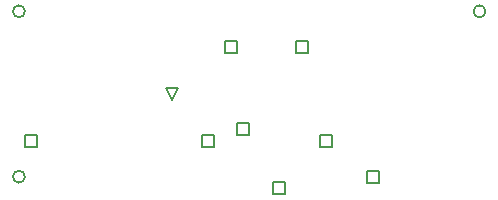
<source format=gbr>
G04*
G04 #@! TF.GenerationSoftware,Altium Limited,Altium Designer,24.6.1 (21)*
G04*
G04 Layer_Color=2752767*
%FSLAX25Y25*%
%MOIN*%
G70*
G04*
G04 #@! TF.SameCoordinates,848F02FD-2630-40CC-A56B-9648625414CD*
G04*
G04*
G04 #@! TF.FilePolarity,Positive*
G04*
G01*
G75*
%ADD36C,0.00500*%
%ADD37C,0.00667*%
D36*
X62992Y37370D02*
X60992Y41370D01*
X64992D01*
X62992Y37370D01*
X104299Y53118D02*
Y57118D01*
X108299D01*
Y53118D01*
X104299D01*
X112173Y21622D02*
Y25622D01*
X116173D01*
Y21622D01*
X112173D01*
X13748D02*
Y25622D01*
X17748D01*
Y21622D01*
X13748D01*
X84614Y25559D02*
Y29559D01*
X88614D01*
Y25559D01*
X84614D01*
X72803Y21622D02*
Y25622D01*
X76803D01*
Y21622D01*
X72803D01*
X96425Y5874D02*
Y9874D01*
X100425D01*
Y5874D01*
X96425D01*
X80677Y53118D02*
Y57118D01*
X84677D01*
Y53118D01*
X80677D01*
X127921Y9811D02*
Y13811D01*
X131921D01*
Y9811D01*
X127921D01*
D37*
X167354Y66929D02*
G03*
X167354Y66929I-2000J0D01*
G01*
X13811Y11811D02*
G03*
X13811Y11811I-2000J0D01*
G01*
Y66929D02*
G03*
X13811Y66929I-2000J0D01*
G01*
M02*

</source>
